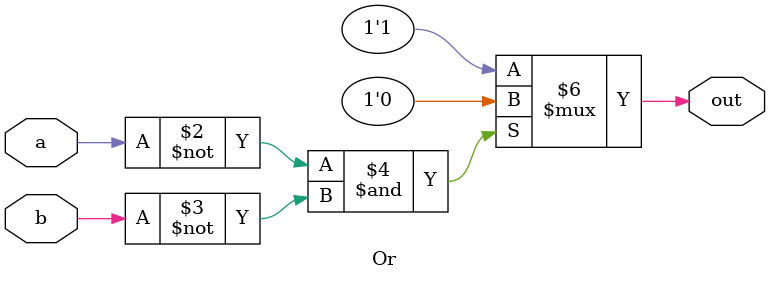
<source format=v>
module Or(output reg out, input a, b);
  always @ (a, b) begin
    if (a==1'b0 & b==1'b0) begin
      out = 1'b0; 
    end
    else
      out = 1'b1; 
    end
endmodule

</source>
